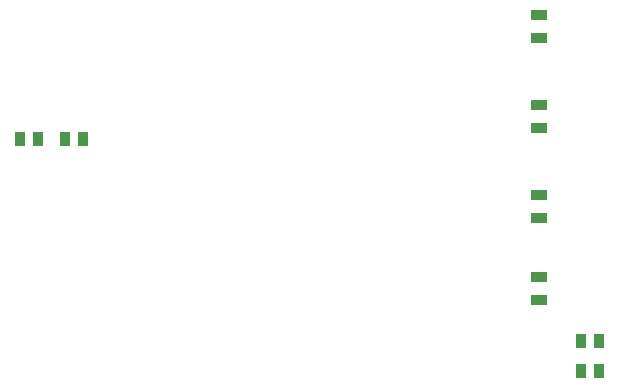
<source format=gtp>
G04*
G04 #@! TF.GenerationSoftware,Altium Limited,Altium Designer,24.1.2 (44)*
G04*
G04 Layer_Color=8421504*
%FSLAX44Y44*%
%MOMM*%
G71*
G04*
G04 #@! TF.SameCoordinates,531D00EC-4C00-4A94-99CB-661CAA089D98*
G04*
G04*
G04 #@! TF.FilePolarity,Positive*
G04*
G01*
G75*
%ADD14R,0.8581X1.2621*%
%ADD15R,1.4500X0.9500*%
D14*
X58570Y273050D02*
D03*
X43030D02*
D03*
X81130D02*
D03*
X96670D02*
D03*
X533400Y76200D02*
D03*
X517860D02*
D03*
X533400Y101600D02*
D03*
X517860D02*
D03*
D15*
X482600Y136300D02*
D03*
Y155800D02*
D03*
Y225650D02*
D03*
Y206150D02*
D03*
Y301850D02*
D03*
Y282350D02*
D03*
Y358550D02*
D03*
Y378050D02*
D03*
M02*

</source>
